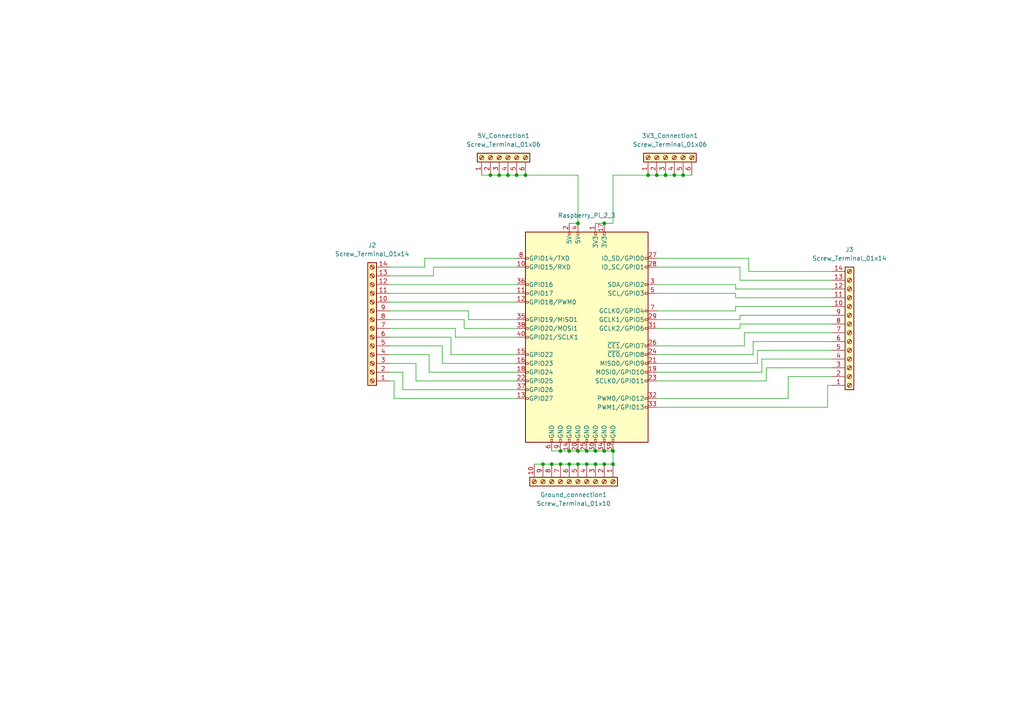
<source format=kicad_sch>
(kicad_sch (version 20231120) (generator "eeschema") (generator_version "8.0")
  (paper "A4")
  (lib_symbols
    (symbol "Connector:Screw_Terminal_01x06" (pin_names (offset 1.016) hide)
      (property "Reference" "J" (at 0 7.62 0))
      (property "Value" "Screw_Terminal_01x06" (at 0 -10.16 0))
      (symbol "Screw_Terminal_01x06_1_1"
        (rectangle (start -1.27 6.35) (end 1.27 -8.89) (stroke (width 0.254)) (fill (type background)))
        (circle (center 0 -7.62) (radius 0.635) (stroke (width 0.1524)))
        (circle (center 0 -5.08) (radius 0.635) (stroke (width 0.1524)))
        (circle (center 0 -2.54) (radius 0.635) (stroke (width 0.1524)))
        (polyline (pts (xy -0.5334 -7.2898) (xy 0.3302 -8.128)) (stroke (width 0.1524)))
        (polyline (pts (xy -0.5334 -4.7498) (xy 0.3302 -5.588)) (stroke (width 0.1524)))
        (polyline (pts (xy -0.5334 -2.2098) (xy 0.3302 -3.048)) (stroke (width 0.1524)))
        (polyline (pts (xy -0.5334 0.3302) (xy 0.3302 -0.508)) (stroke (width 0.1524)))
        (polyline (pts (xy -0.5334 2.8702) (xy 0.3302 2.032)) (stroke (width 0.1524)))
        (polyline (pts (xy -0.5334 5.4102) (xy 0.3302 4.572)) (stroke (width 0.1524)))
        (polyline (pts (xy -0.3556 -7.112) (xy 0.508 -7.9502)) (stroke (width 0.1524)))
        (polyline (pts (xy -0.3556 -4.572) (xy 0.508 -5.4102)) (stroke (width 0.1524)))
        (polyline (pts (xy -0.3556 -2.032) (xy 0.508 -2.8702)) (stroke (width 0.1524)))
        (polyline (pts (xy -0.3556 0.508) (xy 0.508 -0.3302)) (stroke (width 0.1524)))
        (polyline (pts (xy -0.3556 3.048) (xy 0.508 2.2098)) (stroke (width 0.1524)))
        (polyline (pts (xy -0.3556 5.588) (xy 0.508 4.7498)) (stroke (width 0.1524)))
        (circle (center 0 0) (radius 0.635) (stroke (width 0.1524)))
        (circle (center 0 2.54) (radius 0.635) (stroke (width 0.1524)))
        (circle (center 0 5.08) (radius 0.635) (stroke (width 0.1524)))
        (pin passive line (at -5.08 5.08 0) (length 3.81) (name "Pin_1") (number "1"))
        (pin passive line (at -5.08 2.54 0) (length 3.81) (name "Pin_2") (number "2"))
        (pin passive line (at -5.08 0 0) (length 3.81) (name "Pin_3") (number "3"))
        (pin passive line (at -5.08 -2.54 0) (length 3.81) (name "Pin_4") (number "4"))
        (pin passive line (at -5.08 -5.08 0) (length 3.81) (name "Pin_5") (number "5"))
        (pin passive line (at -5.08 -7.62 0) (length 3.81) (name "Pin_6") (number "6"))
      )
    )
    (symbol "Connector:Screw_Terminal_01x10" (pin_names (offset 1.016) hide)
      (property "Reference" "J" (at 0 12.7 0))
      (property "Value" "Screw_Terminal_01x10" (at 0 -15.24 0))
      (symbol "Screw_Terminal_01x10_1_1"
        (rectangle (start -1.27 11.43) (end 1.27 -13.97) (stroke (width 0.254)) (fill (type background)))
        (circle (center 0 -12.7) (radius 0.635) (stroke (width 0.1524)))
        (circle (center 0 -10.16) (radius 0.635) (stroke (width 0.1524)))
        (circle (center 0 -7.62) (radius 0.635) (stroke (width 0.1524)))
        (circle (center 0 -5.08) (radius 0.635) (stroke (width 0.1524)))
        (circle (center 0 -2.54) (radius 0.635) (stroke (width 0.1524)))
        (polyline (pts (xy -0.5334 -12.3698) (xy 0.3302 -13.208)) (stroke (width 0.1524)))
        (polyline (pts (xy -0.5334 -9.8298) (xy 0.3302 -10.668)) (stroke (width 0.1524)))
        (polyline (pts (xy -0.5334 -7.2898) (xy 0.3302 -8.128)) (stroke (width 0.1524)))
        (polyline (pts (xy -0.5334 -4.7498) (xy 0.3302 -5.588)) (stroke (width 0.1524)))
        (polyline (pts (xy -0.5334 -2.2098) (xy 0.3302 -3.048)) (stroke (width 0.1524)))
        (polyline (pts (xy -0.5334 0.3302) (xy 0.3302 -0.508)) (stroke (width 0.1524)))
        (polyline (pts (xy -0.5334 2.8702) (xy 0.3302 2.032)) (stroke (width 0.1524)))
        (polyline (pts (xy -0.5334 5.4102) (xy 0.3302 4.572)) (stroke (width 0.1524)))
        (polyline (pts (xy -0.5334 7.9502) (xy 0.3302 7.112)) (stroke (width 0.1524)))
        (polyline (pts (xy -0.5334 10.4902) (xy 0.3302 9.652)) (stroke (width 0.1524)))
        (polyline (pts (xy -0.3556 -12.192) (xy 0.508 -13.0302)) (stroke (width 0.1524)))
        (polyline (pts (xy -0.3556 -9.652) (xy 0.508 -10.4902)) (stroke (width 0.1524)))
        (polyline (pts (xy -0.3556 -7.112) (xy 0.508 -7.9502)) (stroke (width 0.1524)))
        (polyline (pts (xy -0.3556 -4.572) (xy 0.508 -5.4102)) (stroke (width 0.1524)))
        (polyline (pts (xy -0.3556 -2.032) (xy 0.508 -2.8702)) (stroke (width 0.1524)))
        (polyline (pts (xy -0.3556 0.508) (xy 0.508 -0.3302)) (stroke (width 0.1524)))
        (polyline (pts (xy -0.3556 3.048) (xy 0.508 2.2098)) (stroke (width 0.1524)))
        (polyline (pts (xy -0.3556 5.588) (xy 0.508 4.7498)) (stroke (width 0.1524)))
        (polyline (pts (xy -0.3556 8.128) (xy 0.508 7.2898)) (stroke (width 0.1524)))
        (polyline (pts (xy -0.3556 10.668) (xy 0.508 9.8298)) (stroke (width 0.1524)))
        (circle (center 0 0) (radius 0.635) (stroke (width 0.1524)))
        (circle (center 0 2.54) (radius 0.635) (stroke (width 0.1524)))
        (circle (center 0 5.08) (radius 0.635) (stroke (width 0.1524)))
        (circle (center 0 7.62) (radius 0.635) (stroke (width 0.1524)))
        (circle (center 0 10.16) (radius 0.635) (stroke (width 0.1524)))
        (pin passive line (at -5.08 10.16 0) (length 3.81) (name "Pin_1") (number "1"))
        (pin passive line (at -5.08 -12.7 0) (length 3.81) (name "Pin_10") (number "10"))
        (pin passive line (at -5.08 7.62 0) (length 3.81) (name "Pin_2") (number "2"))
        (pin passive line (at -5.08 5.08 0) (length 3.81) (name "Pin_3") (number "3"))
        (pin passive line (at -5.08 2.54 0) (length 3.81) (name "Pin_4") (number "4"))
        (pin passive line (at -5.08 0 0) (length 3.81) (name "Pin_5") (number "5"))
        (pin passive line (at -5.08 -2.54 0) (length 3.81) (name "Pin_6") (number "6"))
        (pin passive line (at -5.08 -5.08 0) (length 3.81) (name "Pin_7") (number "7"))
        (pin passive line (at -5.08 -7.62 0) (length 3.81) (name "Pin_8") (number "8"))
        (pin passive line (at -5.08 -10.16 0) (length 3.81) (name "Pin_9") (number "9"))
      )
    )
    (symbol "Connector:Screw_Terminal_01x14" (pin_names (offset 1.016) hide)
      (property "Reference" "J" (at 0 17.78 0))
      (property "Value" "Screw_Terminal_01x14" (at 0 -20.32 0))
      (symbol "Screw_Terminal_01x14_1_1"
        (rectangle (start -1.27 16.51) (end 1.27 -19.05) (stroke (width 0.254)) (fill (type background)))
        (circle (center 0 -17.78) (radius 0.635) (stroke (width 0.1524)))
        (circle (center 0 -15.24) (radius 0.635) (stroke (width 0.1524)))
        (circle (center 0 -12.7) (radius 0.635) (stroke (width 0.1524)))
        (circle (center 0 -10.16) (radius 0.635) (stroke (width 0.1524)))
        (circle (center 0 -7.62) (radius 0.635) (stroke (width 0.1524)))
        (circle (center 0 -5.08) (radius 0.635) (stroke (width 0.1524)))
        (circle (center 0 -2.54) (radius 0.635) (stroke (width 0.1524)))
        (polyline (pts (xy -0.5334 -17.4498) (xy 0.3302 -18.288)) (stroke (width 0.1524)))
        (polyline (pts (xy -0.5334 -14.9098) (xy 0.3302 -15.748)) (stroke (width 0.1524)))
        (polyline (pts (xy -0.5334 -12.3698) (xy 0.3302 -13.208)) (stroke (width 0.1524)))
        (polyline (pts (xy -0.5334 -9.8298) (xy 0.3302 -10.668)) (stroke (width 0.1524)))
        (polyline (pts (xy -0.5334 -7.2898) (xy 0.3302 -8.128)) (stroke (width 0.1524)))
        (polyline (pts (xy -0.5334 -4.7498) (xy 0.3302 -5.588)) (stroke (width 0.1524)))
        (polyline (pts (xy -0.5334 -2.2098) (xy 0.3302 -3.048)) (stroke (width 0.1524)))
        (polyline (pts (xy -0.5334 0.3302) (xy 0.3302 -0.508)) (stroke (width 0.1524)))
        (polyline (pts (xy -0.5334 2.8702) (xy 0.3302 2.032)) (stroke (width 0.1524)))
        (polyline (pts (xy -0.5334 5.4102) (xy 0.3302 4.572)) (stroke (width 0.1524)))
        (polyline (pts (xy -0.5334 7.9502) (xy 0.3302 7.112)) (stroke (width 0.1524)))
        (polyline (pts (xy -0.5334 10.4902) (xy 0.3302 9.652)) (stroke (width 0.1524)))
        (polyline (pts (xy -0.5334 13.0302) (xy 0.3302 12.192)) (stroke (width 0.1524)))
        (polyline (pts (xy -0.5334 15.5702) (xy 0.3302 14.732)) (stroke (width 0.1524)))
        (polyline (pts (xy -0.3556 -17.272) (xy 0.508 -18.1102)) (stroke (width 0.1524)))
        (polyline (pts (xy -0.3556 -14.732) (xy 0.508 -15.5702)) (stroke (width 0.1524)))
        (polyline (pts (xy -0.3556 -12.192) (xy 0.508 -13.0302)) (stroke (width 0.1524)))
        (polyline (pts (xy -0.3556 -9.652) (xy 0.508 -10.4902)) (stroke (width 0.1524)))
        (polyline (pts (xy -0.3556 -7.112) (xy 0.508 -7.9502)) (stroke (width 0.1524)))
        (polyline (pts (xy -0.3556 -4.572) (xy 0.508 -5.4102)) (stroke (width 0.1524)))
        (polyline (pts (xy -0.3556 -2.032) (xy 0.508 -2.8702)) (stroke (width 0.1524)))
        (polyline (pts (xy -0.3556 0.508) (xy 0.508 -0.3302)) (stroke (width 0.1524)))
        (polyline (pts (xy -0.3556 3.048) (xy 0.508 2.2098)) (stroke (width 0.1524)))
        (polyline (pts (xy -0.3556 5.588) (xy 0.508 4.7498)) (stroke (width 0.1524)))
        (polyline (pts (xy -0.3556 8.128) (xy 0.508 7.2898)) (stroke (width 0.1524)))
        (polyline (pts (xy -0.3556 10.668) (xy 0.508 9.8298)) (stroke (width 0.1524)))
        (polyline (pts (xy -0.3556 13.208) (xy 0.508 12.3698)) (stroke (width 0.1524)))
        (polyline (pts (xy -0.3556 15.748) (xy 0.508 14.9098)) (stroke (width 0.1524)))
        (circle (center 0 0) (radius 0.635) (stroke (width 0.1524)))
        (circle (center 0 2.54) (radius 0.635) (stroke (width 0.1524)))
        (circle (center 0 5.08) (radius 0.635) (stroke (width 0.1524)))
        (circle (center 0 7.62) (radius 0.635) (stroke (width 0.1524)))
        (circle (center 0 10.16) (radius 0.635) (stroke (width 0.1524)))
        (circle (center 0 12.7) (radius 0.635) (stroke (width 0.1524)))
        (circle (center 0 15.24) (radius 0.635) (stroke (width 0.1524)))
        (pin passive line (at -5.08 15.24 0) (length 3.81) (name "Pin_1") (number "1"))
        (pin passive line (at -5.08 -7.62 0) (length 3.81) (name "Pin_10") (number "10"))
        (pin passive line (at -5.08 -10.16 0) (length 3.81) (name "Pin_11") (number "11"))
        (pin passive line (at -5.08 -12.7 0) (length 3.81) (name "Pin_12") (number "12"))
        (pin passive line (at -5.08 -15.24 0) (length 3.81) (name "Pin_13") (number "13"))
        (pin passive line (at -5.08 -17.78 0) (length 3.81) (name "Pin_14") (number "14"))
        (pin passive line (at -5.08 12.7 0) (length 3.81) (name "Pin_2") (number "2"))
        (pin passive line (at -5.08 10.16 0) (length 3.81) (name "Pin_3") (number "3"))
        (pin passive line (at -5.08 7.62 0) (length 3.81) (name "Pin_4") (number "4"))
        (pin passive line (at -5.08 5.08 0) (length 3.81) (name "Pin_5") (number "5"))
        (pin passive line (at -5.08 2.54 0) (length 3.81) (name "Pin_6") (number "6"))
        (pin passive line (at -5.08 0 0) (length 3.81) (name "Pin_7") (number "7"))
        (pin passive line (at -5.08 -2.54 0) (length 3.81) (name "Pin_8") (number "8"))
        (pin passive line (at -5.08 -5.08 0) (length 3.81) (name "Pin_9") (number "9"))
      )
    )
    (symbol "pihat-rescue:Raspberry_Pi_2_3-Connector" (pin_names (offset 1.016))
      (property "Reference" "J" (at -17.78 31.75 0))
      (property "Value" "Connector_Raspberry_Pi_2_3" (at 10.16 -31.75 0))
      (symbol "Raspberry_Pi_2_3-Connector_0_1"
        (rectangle (start -17.78 30.48) (end 17.78 -30.48) (stroke (width 0.254)) (fill (type background)))
      )
      (symbol "Raspberry_Pi_2_3-Connector_1_1"
        (rectangle (start -16.891 -17.526) (end -17.78 -18.034))
        (rectangle (start -16.891 -14.986) (end -17.78 -15.494))
        (rectangle (start -16.891 -12.446) (end -17.78 -12.954))
        (rectangle (start -16.891 -9.906) (end -17.78 -10.414))
        (rectangle (start -16.891 -7.366) (end -17.78 -7.874))
        (rectangle (start -16.891 -4.826) (end -17.78 -5.334))
        (rectangle (start -16.891 0.254) (end -17.78 -0.254))
        (rectangle (start -16.891 2.794) (end -17.78 2.286))
        (rectangle (start -16.891 5.334) (end -17.78 4.826))
        (rectangle (start -16.891 10.414) (end -17.78 9.906))
        (rectangle (start -16.891 12.954) (end -17.78 12.446))
        (rectangle (start -16.891 15.494) (end -17.78 14.986))
        (rectangle (start -16.891 20.574) (end -17.78 20.066))
        (rectangle (start -16.891 23.114) (end -17.78 22.606))
        (rectangle (start -10.414 -29.591) (end -9.906 -30.48))
        (rectangle (start -7.874 -29.591) (end -7.366 -30.48))
        (rectangle (start -5.334 -29.591) (end -4.826 -30.48))
        (rectangle (start -5.334 30.48) (end -4.826 29.591))
        (rectangle (start -2.794 -29.591) (end -2.286 -30.48))
        (rectangle (start -2.794 30.48) (end -2.286 29.591))
        (rectangle (start -0.254 -29.591) (end 0.254 -30.48))
        (rectangle (start 2.286 -29.591) (end 2.794 -30.48))
        (rectangle (start 2.286 30.48) (end 2.794 29.591))
        (rectangle (start 4.826 -29.591) (end 5.334 -30.48))
        (rectangle (start 4.826 30.48) (end 5.334 29.591))
        (rectangle (start 7.366 -29.591) (end 7.874 -30.48))
        (rectangle (start 17.78 -20.066) (end 16.891 -20.574))
        (rectangle (start 17.78 -17.526) (end 16.891 -18.034))
        (rectangle (start 17.78 -12.446) (end 16.891 -12.954))
        (rectangle (start 17.78 -9.906) (end 16.891 -10.414))
        (rectangle (start 17.78 -7.366) (end 16.891 -7.874))
        (rectangle (start 17.78 -4.826) (end 16.891 -5.334))
        (rectangle (start 17.78 -2.286) (end 16.891 -2.794))
        (rectangle (start 17.78 2.794) (end 16.891 2.286))
        (rectangle (start 17.78 5.334) (end 16.891 4.826))
        (rectangle (start 17.78 7.874) (end 16.891 7.366))
        (rectangle (start 17.78 12.954) (end 16.891 12.446))
        (rectangle (start 17.78 15.494) (end 16.891 14.986))
        (rectangle (start 17.78 20.574) (end 16.891 20.066))
        (rectangle (start 17.78 23.114) (end 16.891 22.606))
        (pin power_in line (at 2.54 33.02 270) (length 2.54) (name "3V3") (number "1"))
        (pin bidirectional line (at -20.32 20.32 0) (length 2.54) (name "GPIO15/RXD") (number "10"))
        (pin bidirectional line (at -20.32 12.7 0) (length 2.54) (name "GPIO17") (number "11"))
        (pin bidirectional line (at -20.32 10.16 0) (length 2.54) (name "GPIO18/PWM0") (number "12"))
        (pin bidirectional line (at -20.32 -17.78 0) (length 2.54) (name "GPIO27") (number "13"))
        (pin power_in line (at -5.08 -33.02 90) (length 2.54) (name "GND") (number "14"))
        (pin bidirectional line (at -20.32 -5.08 0) (length 2.54) (name "GPIO22") (number "15"))
        (pin bidirectional line (at -20.32 -7.62 0) (length 2.54) (name "GPIO23") (number "16"))
        (pin power_in line (at 5.08 33.02 270) (length 2.54) (name "3V3") (number "17"))
        (pin bidirectional line (at -20.32 -10.16 0) (length 2.54) (name "GPIO24") (number "18"))
        (pin bidirectional line (at 20.32 -10.16 180) (length 2.54) (name "MOSI0/GPIO10") (number "19"))
        (pin power_in line (at -5.08 33.02 270) (length 2.54) (name "5V") (number "2"))
        (pin power_in line (at -2.54 -33.02 90) (length 2.54) (name "GND") (number "20"))
        (pin bidirectional line (at 20.32 -7.62 180) (length 2.54) (name "MISO0/GPIO9") (number "21"))
        (pin bidirectional line (at -20.32 -12.7 0) (length 2.54) (name "GPIO25") (number "22"))
        (pin bidirectional line (at 20.32 -12.7 180) (length 2.54) (name "SCLK0/GPIO11") (number "23"))
        (pin bidirectional line (at 20.32 -5.08 180) (length 2.54) (name "~{CE0}/GPIO8") (number "24"))
        (pin power_in line (at 0 -33.02 90) (length 2.54) (name "GND") (number "25"))
        (pin bidirectional line (at 20.32 -2.54 180) (length 2.54) (name "~{CE1}/GPIO7") (number "26"))
        (pin bidirectional line (at 20.32 22.86 180) (length 2.54) (name "ID_SD/GPIO0") (number "27"))
        (pin bidirectional line (at 20.32 20.32 180) (length 2.54) (name "ID_SC/GPIO1") (number "28"))
        (pin bidirectional line (at 20.32 5.08 180) (length 2.54) (name "GCLK1/GPIO5") (number "29"))
        (pin bidirectional line (at 20.32 15.24 180) (length 2.54) (name "SDA/GPIO2") (number "3"))
        (pin power_in line (at 2.54 -33.02 90) (length 2.54) (name "GND") (number "30"))
        (pin bidirectional line (at 20.32 2.54 180) (length 2.54) (name "GCLK2/GPIO6") (number "31"))
        (pin bidirectional line (at 20.32 -17.78 180) (length 2.54) (name "PWM0/GPIO12") (number "32"))
        (pin bidirectional line (at 20.32 -20.32 180) (length 2.54) (name "PWM1/GPIO13") (number "33"))
        (pin power_in line (at 5.08 -33.02 90) (length 2.54) (name "GND") (number "34"))
        (pin bidirectional line (at -20.32 5.08 0) (length 2.54) (name "GPIO19/MISO1") (number "35"))
        (pin bidirectional line (at -20.32 15.24 0) (length 2.54) (name "GPIO16") (number "36"))
        (pin bidirectional line (at -20.32 -15.24 0) (length 2.54) (name "GPIO26") (number "37"))
        (pin bidirectional line (at -20.32 2.54 0) (length 2.54) (name "GPIO20/MOSI1") (number "38"))
        (pin power_in line (at 7.62 -33.02 90) (length 2.54) (name "GND") (number "39"))
        (pin power_in line (at -2.54 33.02 270) (length 2.54) (name "5V") (number "4"))
        (pin bidirectional line (at -20.32 0 0) (length 2.54) (name "GPIO21/SCLK1") (number "40"))
        (pin bidirectional line (at 20.32 12.7 180) (length 2.54) (name "SCL/GPIO3") (number "5"))
        (pin power_in line (at -10.16 -33.02 90) (length 2.54) (name "GND") (number "6"))
        (pin bidirectional line (at 20.32 7.62 180) (length 2.54) (name "GCLK0/GPIO4") (number "7"))
        (pin bidirectional line (at -20.32 22.86 0) (length 2.54) (name "GPIO14/TXD") (number "8"))
        (pin power_in line (at -7.62 -33.02 90) (length 2.54) (name "GND") (number "9"))
      )
    )
  )
  (junction (at 170.18 134.62))
  (junction (at 187.96 50.8))
  (junction (at 195.58 50.8))
  (junction (at 142.24 50.8))
  (junction (at 167.64 130.81))
  (junction (at 172.72 130.81))
  (junction (at 162.56 130.81))
  (junction (at 177.8 130.81))
  (junction (at 172.72 134.62))
  (junction (at 157.48 134.62))
  (junction (at 162.56 134.62))
  (junction (at 167.64 64.77))
  (junction (at 167.64 134.62))
  (junction (at 160.02 134.62))
  (junction (at 190.5 50.8))
  (junction (at 144.78 50.8))
  (junction (at 193.04 50.8))
  (junction (at 177.8 134.62))
  (junction (at 175.26 130.81))
  (junction (at 175.26 64.77))
  (junction (at 165.1 130.81))
  (junction (at 165.1 134.62))
  (junction (at 149.86 50.8))
  (junction (at 152.4 50.8))
  (junction (at 198.12 50.8))
  (junction (at 147.32 50.8))
  (junction (at 175.26 134.62))
  (junction (at 170.18 130.81))
  (wire (pts (xy 172.72 134.62) (xy 175.26 134.62)))
  (wire (pts (xy 134.62 95.25) (xy 134.62 92.71)))
  (wire (pts (xy 130.81 102.87) (xy 130.81 97.79)))
  (wire (pts (xy 114.3 115.57) (xy 149.86 115.57)))
  (wire (pts (xy 120.65 110.49) (xy 120.65 105.41)))
  (wire (pts (xy 128.27 100.33) (xy 113.03 100.33)))
  (wire (pts (xy 113.03 87.63) (xy 149.86 87.63)))
  (wire (pts (xy 213.36 88.9) (xy 213.36 90.17)))
  (wire (pts (xy 219.71 101.6) (xy 241.3 101.6)))
  (wire (pts (xy 190.5 74.93) (xy 217.17 74.93)))
  (wire (pts (xy 213.36 83.82) (xy 213.36 82.55)))
  (wire (pts (xy 124.46 102.87) (xy 124.46 107.95)))
  (wire (pts (xy 241.3 106.68) (xy 222.25 106.68)))
  (wire (pts (xy 132.08 95.25) (xy 132.08 97.79)))
  (wire (pts (xy 213.36 86.36) (xy 241.3 86.36)))
  (wire (pts (xy 240.03 118.11) (xy 240.03 111.76)))
  (wire (pts (xy 149.86 50.8) (xy 152.4 50.8)))
  (wire (pts (xy 222.25 110.49) (xy 190.5 110.49)))
  (wire (pts (xy 170.18 134.62) (xy 172.72 134.62)))
  (wire (pts (xy 167.64 64.77) (xy 167.64 50.8)))
  (wire (pts (xy 214.63 95.25) (xy 190.5 95.25)))
  (wire (pts (xy 128.27 105.41) (xy 128.27 100.33)))
  (wire (pts (xy 190.5 118.11) (xy 240.03 118.11)))
  (wire (pts (xy 135.89 90.17) (xy 113.03 90.17)))
  (wire (pts (xy 149.86 110.49) (xy 120.65 110.49)))
  (wire (pts (xy 113.03 77.47) (xy 123.19 77.47)))
  (wire (pts (xy 123.19 77.47) (xy 123.19 74.93)))
  (wire (pts (xy 187.96 50.8) (xy 190.5 50.8)))
  (wire (pts (xy 142.24 50.8) (xy 144.78 50.8)))
  (wire (pts (xy 190.5 85.09) (xy 213.36 85.09)))
  (wire (pts (xy 157.48 134.62) (xy 160.02 134.62)))
  (wire (pts (xy 165.1 64.77) (xy 167.64 64.77)))
  (wire (pts (xy 113.03 85.09) (xy 149.86 85.09)))
  (wire (pts (xy 190.5 92.71) (xy 214.63 92.71)))
  (wire (pts (xy 125.73 77.47) (xy 125.73 80.01)))
  (wire (pts (xy 149.86 92.71) (xy 135.89 92.71)))
  (wire (pts (xy 214.63 91.44) (xy 214.63 92.71)))
  (wire (pts (xy 130.81 97.79) (xy 113.03 97.79)))
  (wire (pts (xy 149.86 77.47) (xy 125.73 77.47)))
  (wire (pts (xy 149.86 95.25) (xy 134.62 95.25)))
  (wire (pts (xy 214.63 91.44) (xy 241.3 91.44)))
  (wire (pts (xy 177.8 64.77) (xy 175.26 64.77)))
  (wire (pts (xy 190.5 90.17) (xy 213.36 90.17)))
  (wire (pts (xy 214.63 81.28) (xy 241.3 81.28)))
  (wire (pts (xy 195.58 50.8) (xy 198.12 50.8)))
  (wire (pts (xy 154.94 134.62) (xy 157.48 134.62)))
  (wire (pts (xy 190.5 82.55) (xy 213.36 82.55)))
  (wire (pts (xy 147.32 50.8) (xy 149.86 50.8)))
  (wire (pts (xy 218.44 99.06) (xy 218.44 102.87)))
  (wire (pts (xy 190.5 105.41) (xy 219.71 105.41)))
  (wire (pts (xy 116.84 107.95) (xy 116.84 113.03)))
  (wire (pts (xy 175.26 130.81) (xy 177.8 130.81)))
  (wire (pts (xy 135.89 92.71) (xy 135.89 90.17)))
  (wire (pts (xy 220.98 104.14) (xy 241.3 104.14)))
  (wire (pts (xy 167.64 134.62) (xy 170.18 134.62)))
  (wire (pts (xy 125.73 80.01) (xy 113.03 80.01)))
  (wire (pts (xy 214.63 93.98) (xy 214.63 95.25)))
  (wire (pts (xy 193.04 50.8) (xy 195.58 50.8)))
  (wire (pts (xy 113.03 110.49) (xy 114.3 110.49)))
  (wire (pts (xy 240.03 111.76) (xy 241.3 111.76)))
  (wire (pts (xy 149.86 105.41) (xy 128.27 105.41)))
  (wire (pts (xy 215.9 96.52) (xy 215.9 100.33)))
  (wire (pts (xy 198.12 50.8) (xy 200.66 50.8)))
  (wire (pts (xy 215.9 96.52) (xy 241.3 96.52)))
  (wire (pts (xy 134.62 92.71) (xy 113.03 92.71)))
  (wire (pts (xy 139.7 50.8) (xy 142.24 50.8)))
  (wire (pts (xy 213.36 83.82) (xy 241.3 83.82)))
  (wire (pts (xy 152.4 50.8) (xy 167.64 50.8)))
  (wire (pts (xy 214.63 77.47) (xy 190.5 77.47)))
  (wire (pts (xy 124.46 107.95) (xy 149.86 107.95)))
  (wire (pts (xy 213.36 88.9) (xy 241.3 88.9)))
  (wire (pts (xy 219.71 101.6) (xy 219.71 105.41)))
  (wire (pts (xy 113.03 95.25) (xy 132.08 95.25)))
  (wire (pts (xy 213.36 86.36) (xy 213.36 85.09)))
  (wire (pts (xy 214.63 81.28) (xy 214.63 77.47)))
  (wire (pts (xy 177.8 50.8) (xy 187.96 50.8)))
  (wire (pts (xy 123.19 74.93) (xy 149.86 74.93)))
  (wire (pts (xy 190.5 115.57) (xy 228.6 115.57)))
  (wire (pts (xy 132.08 97.79) (xy 149.86 97.79)))
  (wire (pts (xy 228.6 115.57) (xy 228.6 109.22)))
  (wire (pts (xy 177.8 130.81) (xy 177.8 134.62)))
  (wire (pts (xy 190.5 50.8) (xy 193.04 50.8)))
  (wire (pts (xy 120.65 105.41) (xy 113.03 105.41)))
  (wire (pts (xy 165.1 130.81) (xy 167.64 130.81)))
  (wire (pts (xy 175.26 134.62) (xy 177.8 134.62)))
  (wire (pts (xy 217.17 78.74) (xy 241.3 78.74)))
  (wire (pts (xy 220.98 104.14) (xy 220.98 107.95)))
  (wire (pts (xy 116.84 113.03) (xy 149.86 113.03)))
  (wire (pts (xy 220.98 107.95) (xy 190.5 107.95)))
  (wire (pts (xy 241.3 99.06) (xy 218.44 99.06)))
  (wire (pts (xy 190.5 100.33) (xy 215.9 100.33)))
  (wire (pts (xy 172.72 130.81) (xy 175.26 130.81)))
  (wire (pts (xy 190.5 102.87) (xy 218.44 102.87)))
  (wire (pts (xy 113.03 107.95) (xy 116.84 107.95)))
  (wire (pts (xy 228.6 109.22) (xy 241.3 109.22)))
  (wire (pts (xy 172.72 64.77) (xy 175.26 64.77)))
  (wire (pts (xy 217.17 78.74) (xy 217.17 74.93)))
  (wire (pts (xy 160.02 134.62) (xy 162.56 134.62)))
  (wire (pts (xy 177.8 50.8) (xy 177.8 64.77)))
  (wire (pts (xy 214.63 93.98) (xy 241.3 93.98)))
  (wire (pts (xy 113.03 82.55) (xy 149.86 82.55)))
  (wire (pts (xy 162.56 130.81) (xy 165.1 130.81)))
  (wire (pts (xy 165.1 134.62) (xy 167.64 134.62)))
  (wire (pts (xy 222.25 106.68) (xy 222.25 110.49)))
  (wire (pts (xy 144.78 50.8) (xy 147.32 50.8)))
  (wire (pts (xy 162.56 134.62) (xy 165.1 134.62)))
  (wire (pts (xy 160.02 130.81) (xy 162.56 130.81)))
  (wire (pts (xy 167.64 130.81) (xy 170.18 130.81)))
  (wire (pts (xy 170.18 130.81) (xy 172.72 130.81)))
  (wire (pts (xy 113.03 102.87) (xy 124.46 102.87)))
  (wire (pts (xy 149.86 102.87) (xy 130.81 102.87)))
  (wire (pts (xy 114.3 110.49) (xy 114.3 115.57)))
  (symbol (lib_id "pihat-rescue:Raspberry_Pi_2_3-Connector") (at 170.18 97.79 0) (unit 1)
    (property "Reference" "J1" (effects (hide yes)))
    (property "Value" "Raspberry_Pi_2_3" (at 170.18 62.484 0))
    (property "Footprint" "Connector_PinSocket_2.54mm:PinSocket_2x20_P2.54mm_Vertical" (effects (hide yes)))
    (property "Datasheet" "https://www.raspberrypi.org/documentation/hardware/raspberrypi/schematics/rpi_SCH_3bplus_1p0_reduced.pdf" (effects (hide yes)))
  )
  (symbol (lib_id "Connector:Screw_Terminal_01x06") (at 193.04 45.72 90) (unit 1)
    (property "Reference" "3V3_Connection1" (at 194.31 39.37 90))
    (property "Value" "Screw_Terminal_01x06" (at 194.31 41.91 90))
    (property "Footprint" "TerminalBlock_Altech:Altech_AK300_1x06_P5.00mm_45-Degree" (effects (hide yes)))
    (property "Description" "Generic screw terminal, single row, 01x06, script generated (kicad-library-utils/schlib/autogen/connector/)" (effects (hide yes)))
  )
  (symbol (lib_id "Connector:Screw_Terminal_01x06") (at 144.78 45.72 90) (unit 1)
    (property "Reference" "5V_Connection1" (at 146.05 39.37 90))
    (property "Value" "Screw_Terminal_01x06" (at 146.05 41.91 90))
    (property "Footprint" "TerminalBlock_Altech:Altech_AK300_1x06_P5.00mm_45-Degree" (effects (hide yes)))
    (property "Description" "Generic screw terminal, single row, 01x06, script generated (kicad-library-utils/schlib/autogen/connector/)" (effects (hide yes)))
  )
  (symbol (lib_id "Connector:Screw_Terminal_01x14") (at 246.38 96.52 0) (mirror x) (unit 1)
    (property "Reference" "J3" (at 246.38 72.39 0))
    (property "Value" "Screw_Terminal_01x14" (at 246.38 74.93 0))
    (property "Footprint" "TerminalBlock_Altech:Altech_AK300_1x14_P5.00mm_45-Degree" (effects (hide yes)))
    (property "Description" "Generic screw terminal, single row, 01x14, script generated (kicad-library-utils/schlib/autogen/connector/)" (effects (hide yes)))
  )
  (symbol (lib_id "Connector:Screw_Terminal_01x14") (at 107.95 95.25 180) (unit 1)
    (property "Reference" "J2" (at 107.95 71.12 0))
    (property "Value" "Screw_Terminal_01x14" (at 107.95 73.66 0))
    (property "Footprint" "TerminalBlock_Altech:Altech_AK300_1x14_P5.00mm_45-Degree" (effects (hide yes)))
    (property "Description" "Generic screw terminal, single row, 01x14, script generated (kicad-library-utils/schlib/autogen/connector/)" (effects (hide yes)))
  )
  (symbol (lib_id "Connector:Screw_Terminal_01x10") (at 167.64 139.7 270) (unit 1)
    (property "Reference" "Ground_connection1" (at 166.37 143.51 90))
    (property "Value" "Screw_Terminal_01x10" (at 166.37 146.05 90))
    (property "Footprint" "TerminalBlock_Altech:Altech_AK300_1x10_P5.00mm_45-Degree" (effects (hide yes)))
    (property "Description" "Generic screw terminal, single row, 01x10, script generated (kicad-library-utils/schlib/autogen/connector/)" (effects (hide yes)))
  )
)
</source>
